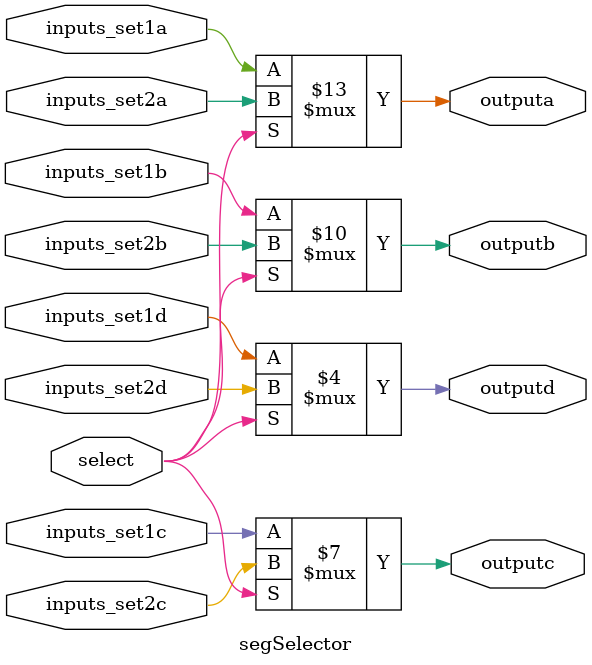
<source format=v>
module segSelector (
    input wire inputs_set1a, inputs_set1b, inputs_set1c, inputs_set1d, inputs_set2a, inputs_set2b, inputs_set2c, inputs_set2d, select,
    output reg outputa, outputb, outputc, outputd
);

always @* begin
    if (select == 0) begin
        outputa = inputs_set1a;
        outputb = inputs_set1b;
        outputc = inputs_set1c;
        outputd = inputs_set1d;
    end
    else begin
        outputa = inputs_set2a;
        outputb = inputs_set2b;
        outputc = inputs_set2c;
        outputd = inputs_set2d;
    end
end

endmodule

</source>
